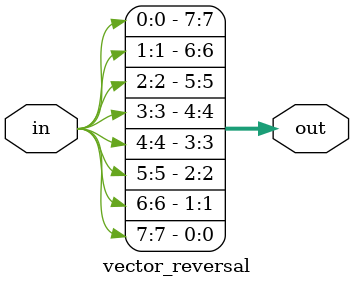
<source format=sv>
module vector_reversal (
	input 	[7 : 0] in,
	output	[7 : 0] out
);

	// 代码量预计1行
	assign out = {in[0], in[1], in[2], in[3], in[4], in[5], in[6], in[7]};

endmodule

</source>
